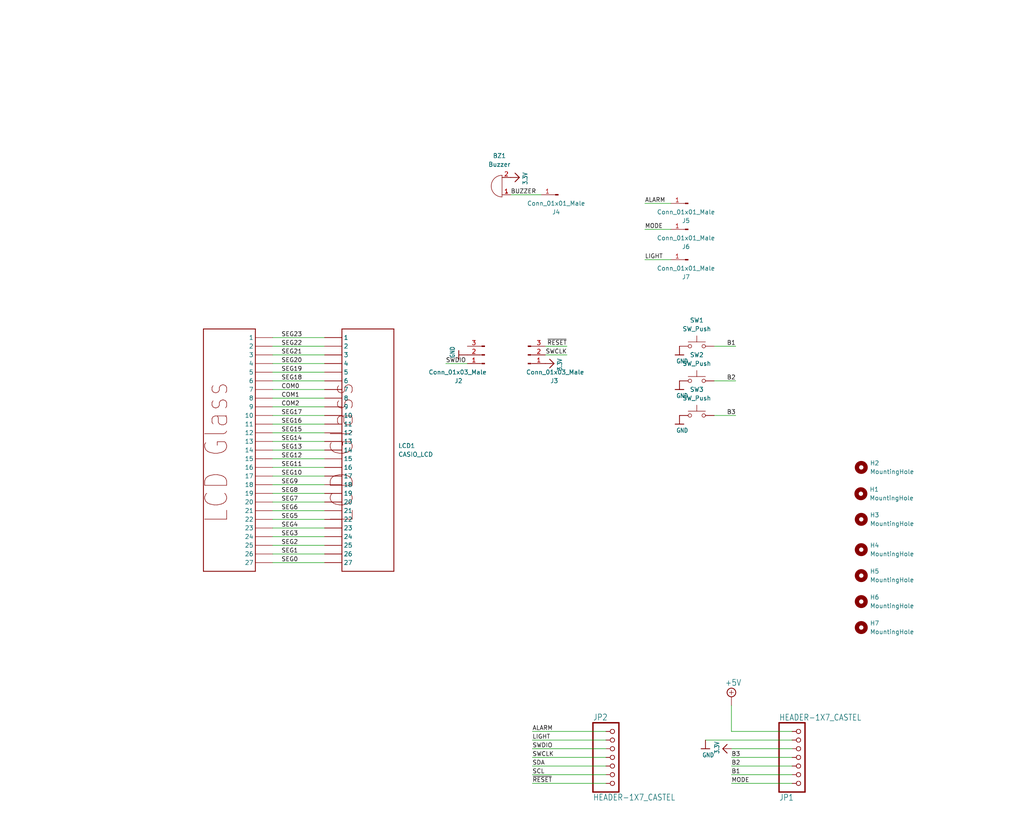
<source format=kicad_sch>
(kicad_sch (version 20211123) (generator eeschema)
  (paper "User" 300.507 242.062)
  (lib_symbols
    (symbol "Adafruit QT Py-eagle-import:+5V" (power)
      (property "Value" "+5V" (at -1.905 3.175 0))
      (symbol "+5V_1_0"
        (polyline (pts (xy -0.635 1.27) (xy 0.635 1.27)) (stroke (width 0.1524)))
        (polyline (pts (xy 0 0.635) (xy 0 1.905)) (stroke (width 0.1524)))
        (circle (center 0 1.27) (radius 1.27) (stroke (width 0.254)))
        (pin power_in line (at 0 -2.54 90) (length 2.54) (name "+5V") (number "1"))
      )
    )
    (symbol "Adafruit QT Py-eagle-import:3.3V" (power)
      (property "Value" "3.3V" (at -1.524 1.016 0))
      (symbol "3.3V_1_0"
        (polyline (pts (xy -1.27 -1.27) (xy 0 0)) (stroke (width 0.254)))
        (polyline (pts (xy 0 0) (xy 1.27 -1.27)) (stroke (width 0.254)))
        (pin power_in line (at 0 -2.54 90) (length 2.54) (name "3.3V") (number "1"))
      )
    )
    (symbol "Adafruit QT Py-eagle-import:GND" (power)
      (property "Value" "GND" (at -1.524 -2.54 0))
      (symbol "GND_1_0"
        (polyline (pts (xy -1.27 0) (xy 1.27 0)) (stroke (width 0.254)))
        (pin power_in line (at 0 2.54 270) (length 2.54) (name "GND") (number "1"))
      )
    )
    (symbol "Adafruit QT Py-eagle-import:HEADER-1X7_CASTEL"
      (property "Reference" "JP" (at -6.35 10.795 0))
      (property "Value" "HEADER-1X7_CASTEL" (at -6.35 -12.7 0))
      (symbol "HEADER-1X7_CASTEL_1_0"
        (polyline (pts (xy -6.35 -10.16) (xy 1.27 -10.16)) (stroke (width 0.4064)))
        (polyline (pts (xy -6.35 10.16) (xy -6.35 -10.16)) (stroke (width 0.4064)))
        (polyline (pts (xy 1.27 -10.16) (xy 1.27 10.16)) (stroke (width 0.4064)))
        (polyline (pts (xy 1.27 10.16) (xy -6.35 10.16)) (stroke (width 0.4064)))
        (pin passive inverted (at -2.54 7.62 0) (length 2.54) (name "1") (number "1"))
        (pin passive inverted (at -2.54 7.62 0) (length 2.54) (name "1") (number "1C"))
        (pin passive inverted (at -2.54 5.08 0) (length 2.54) (name "2") (number "2"))
        (pin passive inverted (at -2.54 5.08 0) (length 2.54) (name "2") (number "2C"))
        (pin passive inverted (at -2.54 2.54 0) (length 2.54) (name "3") (number "3"))
        (pin passive inverted (at -2.54 2.54 0) (length 2.54) (name "3") (number "3C"))
        (pin passive inverted (at -2.54 0 0) (length 2.54) (name "4") (number "4"))
        (pin passive inverted (at -2.54 0 0) (length 2.54) (name "4") (number "4C"))
        (pin passive inverted (at -2.54 -2.54 0) (length 2.54) (name "5") (number "5"))
        (pin passive inverted (at -2.54 -2.54 0) (length 2.54) (name "5") (number "5C"))
        (pin passive inverted (at -2.54 -5.08 0) (length 2.54) (name "6") (number "6"))
        (pin passive inverted (at -2.54 -5.08 0) (length 2.54) (name "6") (number "6C"))
        (pin passive inverted (at -2.54 -7.62 0) (length 2.54) (name "7") (number "7"))
        (pin passive inverted (at -2.54 -7.62 0) (length 2.54) (name "7") (number "7C"))
      )
    )
    (symbol "Connector:Conn_01x01_Male" (pin_names (offset 1.016) hide)
      (property "Reference" "J" (at 0 2.54 0))
      (property "Value" "Conn_01x01_Male" (at 0 -2.54 0))
      (symbol "Conn_01x01_Male_1_1"
        (polyline (pts (xy 1.27 0) (xy 0.8636 0)) (stroke (width 0.1524)))
        (rectangle (start 0.8636 0.127) (end 0 -0.127) (stroke (width 0.1524)) (fill (type outline)))
        (pin passive line (at 5.08 0 180) (length 3.81) (name "Pin_1") (number "1"))
      )
    )
    (symbol "Connector:Conn_01x03_Male" (pin_names (offset 1.016) hide)
      (property "Reference" "J" (at 0 5.08 0))
      (property "Value" "Conn_01x03_Male" (at 0 -5.08 0))
      (symbol "Conn_01x03_Male_1_1"
        (polyline (pts (xy 1.27 -2.54) (xy 0.8636 -2.54)) (stroke (width 0.1524)))
        (polyline (pts (xy 1.27 0) (xy 0.8636 0)) (stroke (width 0.1524)))
        (polyline (pts (xy 1.27 2.54) (xy 0.8636 2.54)) (stroke (width 0.1524)))
        (rectangle (start 0.8636 -2.413) (end 0 -2.667) (stroke (width 0.1524)) (fill (type outline)))
        (rectangle (start 0.8636 0.127) (end 0 -0.127) (stroke (width 0.1524)) (fill (type outline)))
        (rectangle (start 0.8636 2.667) (end 0 2.413) (stroke (width 0.1524)) (fill (type outline)))
        (pin passive line (at 5.08 2.54 180) (length 3.81) (name "Pin_1") (number "1"))
        (pin passive line (at 5.08 0 180) (length 3.81) (name "Pin_2") (number "2"))
        (pin passive line (at 5.08 -2.54 180) (length 3.81) (name "Pin_3") (number "3"))
      )
    )
    (symbol "Device:Buzzer" (pin_names (offset 0.0254) hide)
      (property "Reference" "BZ" (at 3.81 1.27 0))
      (property "Value" "Buzzer" (at 3.81 -1.27 0))
      (symbol "Buzzer_0_1"
        (arc (start 0 -3.175) (mid 3.175 0) (end 0 3.175))
        (polyline (pts (xy -1.651 1.905) (xy -1.143 1.905)))
        (polyline (pts (xy -1.397 2.159) (xy -1.397 1.651)))
        (polyline (pts (xy 0 3.175) (xy 0 -3.175)))
      )
      (symbol "Buzzer_1_1"
        (pin passive line (at -2.54 2.54 0) (length 2.54) (name "-") (number "1"))
        (pin passive line (at -2.54 -2.54 0) (length 2.54) (name "+") (number "2"))
      )
    )
    (symbol "Mechanical:MountingHole" (pin_names (offset 1.016))
      (property "Reference" "H" (at 0 5.08 0))
      (property "Value" "MountingHole" (at 0 3.175 0))
      (symbol "MountingHole_0_1"
        (circle (center 0 0) (radius 1.27) (stroke (width 1.27)))
      )
    )
    (symbol "OSO-FEAL-A1-00:LCD_FEATHER_DISPLAY"
      (symbol "LCD_FEATHER_DISPLAY_1_0"
        (polyline (pts (xy -33.02 -5.08) (xy -33.02 10.16)) (stroke (width 0.254)))
        (polyline (pts (xy -33.02 10.16) (xy 38.1 10.16)) (stroke (width 0.254)))
        (polyline (pts (xy 38.1 -5.08) (xy -33.02 -5.08)) (stroke (width 0.254)))
        (polyline (pts (xy 38.1 10.16) (xy 38.1 -5.08)) (stroke (width 0.254)))
        (text "LCD Glass" (at -17.78 2.54 0) (effects (font (size 6.4516 5.4838)) (justify left bottom)))
        (pin input line (at -30.48 -10.16 90) (length 5.08) (name "1") (number "P$1"))
        (pin input line (at -7.62 -10.16 90) (length 5.08) (name "10") (number "P$10"))
        (pin input line (at -5.08 -10.16 90) (length 5.08) (name "11") (number "P$11"))
        (pin input line (at -2.54 -10.16 90) (length 5.08) (name "12") (number "P$12"))
        (pin input line (at 0 -10.16 90) (length 5.08) (name "13") (number "P$13"))
        (pin input line (at 2.54 -10.16 90) (length 5.08) (name "14") (number "P$14"))
        (pin input line (at 5.08 -10.16 90) (length 5.08) (name "15") (number "P$15"))
        (pin input line (at 7.62 -10.16 90) (length 5.08) (name "16") (number "P$16"))
        (pin input line (at 10.16 -10.16 90) (length 5.08) (name "17") (number "P$17"))
        (pin input line (at 12.7 -10.16 90) (length 5.08) (name "18") (number "P$18"))
        (pin input line (at 15.24 -10.16 90) (length 5.08) (name "19") (number "P$19"))
        (pin input line (at -27.94 -10.16 90) (length 5.08) (name "2") (number "P$2"))
        (pin input line (at 17.78 -10.16 90) (length 5.08) (name "20") (number "P$20"))
        (pin input line (at 20.32 -10.16 90) (length 5.08) (name "21") (number "P$21"))
        (pin input line (at 22.86 -10.16 90) (length 5.08) (name "22") (number "P$22"))
        (pin input line (at 25.4 -10.16 90) (length 5.08) (name "23") (number "P$23"))
        (pin input line (at 27.94 -10.16 90) (length 5.08) (name "24") (number "P$24"))
        (pin input line (at 30.48 -10.16 90) (length 5.08) (name "25") (number "P$25"))
        (pin input line (at 33.02 -10.16 90) (length 5.08) (name "26") (number "P$26"))
        (pin input line (at 35.56 -10.16 90) (length 5.08) (name "27") (number "P$27"))
        (pin input line (at -25.4 -10.16 90) (length 5.08) (name "3") (number "P$3"))
        (pin input line (at -22.86 -10.16 90) (length 5.08) (name "4") (number "P$4"))
        (pin input line (at -20.32 -10.16 90) (length 5.08) (name "5") (number "P$5"))
        (pin input line (at -17.78 -10.16 90) (length 5.08) (name "6") (number "P$6"))
        (pin input line (at -15.24 -10.16 90) (length 5.08) (name "7") (number "P$7"))
        (pin input line (at -12.7 -10.16 90) (length 5.08) (name "8") (number "P$8"))
        (pin input line (at -10.16 -10.16 90) (length 5.08) (name "9") (number "P$9"))
      )
    )
    (symbol "OSO-SWAT-A1-05-eagle-import:CASIO_LCD"
      (property "Reference" "LCD" (at 0 11.43 0))
      (property "Value" "CASIO_LCD" (at 0 13.97 0))
      (symbol "CASIO_LCD_1_0"
        (polyline (pts (xy -35.56 -5.08) (xy -35.56 10.16)) (stroke (width 0.254)))
        (polyline (pts (xy -35.56 10.16) (xy 35.56 10.16)) (stroke (width 0.254)))
        (polyline (pts (xy 35.56 -5.08) (xy -35.56 -5.08)) (stroke (width 0.254)))
        (polyline (pts (xy 35.56 10.16) (xy 35.56 -5.08)) (stroke (width 0.254)))
        (text "LCD Glass" (at -20.32 -1.27 0) (effects (font (size 6.4516 5.4838)) (justify left bottom)))
        (pin input line (at -33.02 -10.16 90) (length 5.08) (name "1") (number "1"))
        (pin input line (at -10.16 -10.16 90) (length 5.08) (name "10") (number "10"))
        (pin input line (at -7.62 -10.16 90) (length 5.08) (name "11") (number "11"))
        (pin input line (at -5.08 -10.16 90) (length 5.08) (name "12") (number "12"))
        (pin input line (at -2.54 -10.16 90) (length 5.08) (name "13") (number "13"))
        (pin input line (at 0 -10.16 90) (length 5.08) (name "14") (number "14"))
        (pin input line (at 2.54 -10.16 90) (length 5.08) (name "15") (number "15"))
        (pin input line (at 5.08 -10.16 90) (length 5.08) (name "16") (number "16"))
        (pin input line (at 7.62 -10.16 90) (length 5.08) (name "17") (number "17"))
        (pin input line (at 10.16 -10.16 90) (length 5.08) (name "18") (number "18"))
        (pin input line (at 12.7 -10.16 90) (length 5.08) (name "19") (number "19"))
        (pin input line (at -30.48 -10.16 90) (length 5.08) (name "2") (number "2"))
        (pin input line (at 15.24 -10.16 90) (length 5.08) (name "20") (number "20"))
        (pin input line (at 17.78 -10.16 90) (length 5.08) (name "21") (number "21"))
        (pin input line (at 20.32 -10.16 90) (length 5.08) (name "22") (number "22"))
        (pin input line (at 22.86 -10.16 90) (length 5.08) (name "23") (number "23"))
        (pin input line (at 25.4 -10.16 90) (length 5.08) (name "24") (number "24"))
        (pin input line (at 27.94 -10.16 90) (length 5.08) (name "25") (number "25"))
        (pin input line (at 30.48 -10.16 90) (length 5.08) (name "26") (number "26"))
        (pin input line (at 33.02 -10.16 90) (length 5.08) (name "27") (number "27"))
        (pin input line (at -27.94 -10.16 90) (length 5.08) (name "3") (number "3"))
        (pin input line (at -25.4 -10.16 90) (length 5.08) (name "4") (number "4"))
        (pin input line (at -22.86 -10.16 90) (length 5.08) (name "5") (number "5"))
        (pin input line (at -20.32 -10.16 90) (length 5.08) (name "6") (number "6"))
        (pin input line (at -17.78 -10.16 90) (length 5.08) (name "7") (number "7"))
        (pin input line (at -15.24 -10.16 90) (length 5.08) (name "8") (number "8"))
        (pin input line (at -12.7 -10.16 90) (length 5.08) (name "9") (number "9"))
      )
    )
    (symbol "OSO-SWAT-A1-05-eagle-import:GND" (power)
      (property "Value" "GND" (at -1.524 -2.54 0))
      (symbol "GND_1_0"
        (polyline (pts (xy -1.27 0) (xy 1.27 0)) (stroke (width 0.254)))
        (pin power_in line (at 0 2.54 270) (length 2.54) (name "GND") (number "1"))
      )
    )
    (symbol "Switch:SW_Push" (pin_numbers hide) (pin_names (offset 1.016) hide)
      (property "Reference" "SW" (at 1.27 2.54 0))
      (property "Value" "SW_Push" (at 0 -1.524 0))
      (symbol "SW_Push_0_1"
        (circle (center -2.032 0) (radius 0.508))
        (polyline (pts (xy 0 1.27) (xy 0 3.048)))
        (polyline (pts (xy 2.54 1.27) (xy -2.54 1.27)))
        (circle (center 2.032 0) (radius 0.508))
        (pin passive line (at -5.08 0 0) (length 2.54) (name "1") (number "1"))
        (pin passive line (at 5.08 0 180) (length 2.54) (name "2") (number "2"))
      )
    )
  )
  (wire (pts (xy 80.01 99.06) (xy 95.25 99.06)))
  (wire (pts (xy 189.23 59.69) (xy 196.85 59.69)))
  (wire (pts (xy 232.41 222.25) (xy 214.63 222.25)))
  (wire (pts (xy 80.01 144.78) (xy 95.25 144.78)))
  (wire (pts (xy 80.01 124.46) (xy 95.25 124.46)))
  (wire (pts (xy 95.25 114.3) (xy 80.01 114.3)))
  (wire (pts (xy 80.01 154.94) (xy 95.25 154.94)))
  (wire (pts (xy 80.01 109.22) (xy 95.25 109.22)))
  (wire (pts (xy 232.41 214.63) (xy 214.63 214.63)))
  (wire (pts (xy 232.41 217.17) (xy 207.01 217.17)))
  (wire (pts (xy 80.01 147.32) (xy 95.25 147.32)))
  (wire (pts (xy 177.8 227.33) (xy 156.21 227.33)))
  (wire (pts (xy 80.01 137.16) (xy 95.25 137.16)))
  (wire (pts (xy 80.01 142.24) (xy 95.25 142.24)))
  (wire (pts (xy 80.01 134.62) (xy 95.25 134.62)))
  (wire (pts (xy 80.01 162.56) (xy 95.25 162.56)))
  (wire (pts (xy 80.01 101.6) (xy 95.25 101.6)))
  (wire (pts (xy 80.01 152.4) (xy 95.25 152.4)))
  (wire (pts (xy 214.63 207.01) (xy 214.63 214.63)))
  (wire (pts (xy 215.9 101.6) (xy 209.55 101.6)))
  (wire (pts (xy 80.01 165.1) (xy 95.25 165.1)))
  (wire (pts (xy 80.01 139.7) (xy 95.25 139.7)))
  (wire (pts (xy 189.23 67.31) (xy 196.85 67.31)))
  (wire (pts (xy 177.8 217.17) (xy 156.21 217.17)))
  (wire (pts (xy 80.01 111.76) (xy 95.25 111.76)))
  (wire (pts (xy 95.25 119.38) (xy 80.01 119.38)))
  (wire (pts (xy 232.41 219.71) (xy 214.63 219.71)))
  (wire (pts (xy 156.21 219.71) (xy 177.8 219.71)))
  (wire (pts (xy 215.9 111.76) (xy 209.55 111.76)))
  (wire (pts (xy 80.01 104.14) (xy 95.25 104.14)))
  (wire (pts (xy 166.37 104.14) (xy 160.02 104.14)))
  (wire (pts (xy 80.01 127) (xy 95.25 127)))
  (wire (pts (xy 232.41 224.79) (xy 214.63 224.79)))
  (wire (pts (xy 80.01 160.02) (xy 95.25 160.02)))
  (wire (pts (xy 130.81 106.68) (xy 137.16 106.68)))
  (wire (pts (xy 177.8 222.25) (xy 156.21 222.25)))
  (wire (pts (xy 215.9 121.92) (xy 209.55 121.92)))
  (wire (pts (xy 156.21 214.63) (xy 177.8 214.63)))
  (wire (pts (xy 80.01 132.08) (xy 95.25 132.08)))
  (wire (pts (xy 166.37 101.6) (xy 160.02 101.6)))
  (wire (pts (xy 80.01 121.92) (xy 95.25 121.92)))
  (wire (pts (xy 156.21 224.79) (xy 177.8 224.79)))
  (wire (pts (xy 80.01 157.48) (xy 95.25 157.48)))
  (wire (pts (xy 80.01 106.68) (xy 95.25 106.68)))
  (wire (pts (xy 189.23 76.2) (xy 196.85 76.2)))
  (wire (pts (xy 232.41 229.87) (xy 214.63 229.87)))
  (wire (pts (xy 80.01 149.86) (xy 95.25 149.86)))
  (wire (pts (xy 156.21 229.87) (xy 177.8 229.87)))
  (wire (pts (xy 232.41 227.33) (xy 214.63 227.33)))
  (wire (pts (xy 80.01 129.54) (xy 95.25 129.54)))
  (wire (pts (xy 149.86 57.15) (xy 158.75 57.15)))
  (wire (pts (xy 95.25 116.84) (xy 80.01 116.84)))
  (label "B2" (at 215.9 111.76 180) (effects (font (size 1.2446 1.2446))))
  (label "SWDIO" (at 156.21 219.71 0) (effects (font (size 1.2446 1.2446))))
  (label "SEG21" (at 82.55 104.14 0) (effects (font (size 1.2446 1.2446))))
  (label "MODE" (at 189.23 67.31 0) (effects (font (size 1.2446 1.2446))))
  (label "SEG16" (at 82.55 124.46 0) (effects (font (size 1.2446 1.2446))))
  (label "SEG12" (at 82.55 134.62 0) (effects (font (size 1.2446 1.2446))))
  (label "B1" (at 214.63 227.33 0) (effects (font (size 1.2446 1.2446))))
  (label "SEG14" (at 82.55 129.54 0) (effects (font (size 1.2446 1.2446))))
  (label "LIGHT" (at 156.21 217.17 0) (effects (font (size 1.2446 1.2446))))
  (label "ALARM" (at 156.21 214.63 0) (effects (font (size 1.2446 1.2446))))
  (label "SEG2" (at 82.55 160.02 0) (effects (font (size 1.2446 1.2446))))
  (label "SEG20" (at 82.55 106.68 0) (effects (font (size 1.2446 1.2446))))
  (label "~{RESET}" (at 156.21 229.87 0) (effects (font (size 1.2446 1.2446))))
  (label "B2" (at 214.63 224.79 0) (effects (font (size 1.2446 1.2446))))
  (label "COM2" (at 82.55 119.38 0) (effects (font (size 1.2446 1.2446))))
  (label "SCL" (at 156.21 227.33 0) (effects (font (size 1.2446 1.2446))))
  (label "SEG1" (at 82.55 162.56 0) (effects (font (size 1.2446 1.2446))))
  (label "SEG13" (at 82.55 132.08 0) (effects (font (size 1.2446 1.2446))))
  (label "SWDIO" (at 130.81 106.68 0) (effects (font (size 1.2446 1.2446))))
  (label "SEG17" (at 82.55 121.92 0) (effects (font (size 1.2446 1.2446))))
  (label "B3" (at 215.9 121.92 180) (effects (font (size 1.2446 1.2446))))
  (label "SWCLK" (at 166.37 104.14 180) (effects (font (size 1.2446 1.2446))))
  (label "SEG19" (at 82.55 109.22 0) (effects (font (size 1.2446 1.2446))))
  (label "~{RESET}" (at 166.37 101.6 180) (effects (font (size 1.2446 1.2446))))
  (label "LIGHT" (at 189.23 76.2 0) (effects (font (size 1.2446 1.2446))))
  (label "SEG6" (at 82.55 149.86 0) (effects (font (size 1.2446 1.2446))))
  (label "SDA" (at 156.21 224.79 0) (effects (font (size 1.2446 1.2446))))
  (label "B1" (at 215.9 101.6 180) (effects (font (size 1.2446 1.2446))))
  (label "SEG7" (at 82.55 147.32 0) (effects (font (size 1.2446 1.2446))))
  (label "SEG9" (at 82.55 142.24 0) (effects (font (size 1.2446 1.2446))))
  (label "SWCLK" (at 156.21 222.25 0) (effects (font (size 1.2446 1.2446))))
  (label "SEG5" (at 82.55 152.4 0) (effects (font (size 1.2446 1.2446))))
  (label "COM0" (at 82.55 114.3 0) (effects (font (size 1.2446 1.2446))))
  (label "SEG15" (at 82.55 127 0) (effects (font (size 1.2446 1.2446))))
  (label "SEG0" (at 82.55 165.1 0) (effects (font (size 1.2446 1.2446))))
  (label "COM1" (at 82.55 116.84 0) (effects (font (size 1.2446 1.2446))))
  (label "SEG3" (at 82.55 157.48 0) (effects (font (size 1.2446 1.2446))))
  (label "BUZZER" (at 149.86 57.15 0) (effects (font (size 1.2446 1.2446))))
  (label "SEG22" (at 82.55 101.6 0) (effects (font (size 1.2446 1.2446))))
  (label "SEG4" (at 82.55 154.94 0) (effects (font (size 1.2446 1.2446))))
  (label "B3" (at 214.63 222.25 0) (effects (font (size 1.2446 1.2446))))
  (label "SEG11" (at 82.55 137.16 0) (effects (font (size 1.2446 1.2446))))
  (label "MODE" (at 214.63 229.87 0) (effects (font (size 1.2446 1.2446))))
  (label "SEG10" (at 82.55 139.7 0) (effects (font (size 1.2446 1.2446))))
  (label "ALARM" (at 189.23 59.69 0) (effects (font (size 1.2446 1.2446))))
  (label "SEG23" (at 82.55 99.06 0) (effects (font (size 1.2446 1.2446))))
  (label "SEG8" (at 82.55 144.78 0) (effects (font (size 1.2446 1.2446))))
  (label "SEG18" (at 82.55 111.76 0) (effects (font (size 1.2446 1.2446))))
  (symbol (lib_id "Adafruit QT Py-eagle-import:HEADER-1X7_CASTEL") (at 234.95 222.25 0) (mirror x) (unit 1)
    (property "Reference" "JP1" (at 228.6 233.045 0) (effects (font (size 1.778 1.5113)) (justify left bottom)))
    (property "Value" "HEADER-1X7_CASTEL" (at 228.6 209.55 0) (effects (font (size 1.778 1.5113)) (justify left bottom)))
    (property "Footprint" "Adafruit QT Py:1X07_CASTEL" (effects hide))
  )
  (symbol (lib_id "Mechanical:MountingHole") (at 252.73 168.91 0) (unit 1)
    (property "Reference" "H5" (at 255.27 167.6399 0) (effects (justify left)))
    (property "Value" "MountingHole" (at 255.27 170.1799 0) (effects (justify left)))
    (property "Footprint" "MountingHole:MountingHole_2.7mm_M2.5" (effects hide))
  )
  (symbol (lib_id "Connector:Conn_01x01_Male") (at 163.83 57.15 180) (unit 1)
    (property "Reference" "J4" (at 163.195 62.23 0))
    (property "Value" "Conn_01x01_Male" (at 163.195 59.69 0))
    (property "Footprint" "Connector_PinHeader_2.54mm:PinHeader_1x01_P2.54mm_Vertical" (effects hide))
  )
  (symbol (lib_id "Switch:SW_Push") (at 204.47 121.92 0) (unit 1)
    (property "Reference" "SW3" (at 204.47 114.3 0))
    (property "Value" "SW_Push" (at 204.47 116.84 0))
    (property "Footprint" "Button_Switch_THT:SW_PUSH_6mm" (effects hide))
  )
  (symbol (lib_id "Adafruit QT Py-eagle-import:GND") (at 207.01 219.71 0) (mirror y) (unit 1)
    (property "Reference" "#GND0102" (effects hide))
    (property "Value" "GND" (at 209.55 222.25 0) (effects (font (size 1.27 1.0795)) (justify left bottom)))
    (property "Footprint" "Adafruit QT Py:" (effects hide))
  )
  (symbol (lib_id "Adafruit QT Py-eagle-import:3.3V") (at 162.56 106.68 270) (unit 1)
    (property "Reference" "#U$0102" (effects hide))
    (property "Value" "3.3V" (at 163.576 105.156 0) (effects (font (size 1.27 1.0795)) (justify left bottom)))
    (property "Footprint" "Adafruit QT Py:" (effects hide))
  )
  (symbol (lib_id "Mechanical:MountingHole") (at 252.73 152.4 0) (unit 1)
    (property "Reference" "H3" (at 255.27 151.1299 0) (effects (justify left)))
    (property "Value" "MountingHole" (at 255.27 153.6699 0) (effects (justify left)))
    (property "Footprint" "MountingHole:MountingHole_2.7mm_M2.5" (effects hide))
  )
  (symbol (lib_id "Mechanical:MountingHole") (at 252.73 176.53 0) (unit 1)
    (property "Reference" "H6" (at 255.27 175.2599 0) (effects (justify left)))
    (property "Value" "MountingHole" (at 255.27 177.7999 0) (effects (justify left)))
    (property "Footprint" "MountingHole:MountingHole_2.7mm_M2.5" (effects hide))
  )
  (symbol (lib_id "Adafruit QT Py-eagle-import:GND") (at 199.39 104.14 0) (mirror y) (unit 1)
    (property "Reference" "#GND0103" (effects hide))
    (property "Value" "GND" (at 201.93 106.68 0) (effects (font (size 1.27 1.0795)) (justify left bottom)))
    (property "Footprint" "Adafruit QT Py:" (effects hide))
  )
  (symbol (lib_id "Adafruit QT Py-eagle-import:HEADER-1X7_CASTEL") (at 180.34 222.25 0) (unit 1)
    (property "Reference" "JP2" (at 173.99 211.455 0) (effects (font (size 1.778 1.5113)) (justify left bottom)))
    (property "Value" "HEADER-1X7_CASTEL" (at 173.99 234.95 0) (effects (font (size 1.778 1.5113)) (justify left bottom)))
    (property "Footprint" "Adafruit QT Py:1X07_CASTEL" (effects hide))
  )
  (symbol (lib_id "Device:Buzzer") (at 147.32 54.61 180) (unit 1)
    (property "Reference" "BZ1" (at 146.558 45.72 0))
    (property "Value" "Buzzer" (at 146.558 48.26 0))
    (property "Footprint" "Buzzer_Beeper:Buzzer_TDK_PS1240P02BT_D12.2mm_H6.5mm" (effects hide))
  )
  (symbol (lib_id "Mechanical:MountingHole") (at 252.6165 144.8815 0) (unit 1)
    (property "Reference" "H1" (at 255.1565 143.6114 0) (effects (justify left)))
    (property "Value" "MountingHole" (at 255.1565 146.1514 0) (effects (justify left)))
    (property "Footprint" "MountingHole:MountingHole_2.7mm_M2.5" (effects hide))
  )
  (symbol (lib_id "Adafruit QT Py-eagle-import:3.3V") (at 152.4 52.07 270) (unit 1)
    (property "Reference" "#U$0103" (effects hide))
    (property "Value" "3.3V" (at 153.416 50.546 0) (effects (font (size 1.27 1.0795)) (justify left bottom)))
    (property "Footprint" "Adafruit QT Py:" (effects hide))
  )
  (symbol (lib_id "Connector:Conn_01x01_Male") (at 201.93 67.31 180) (unit 1)
    (property "Reference" "J6" (at 201.295 72.39 0))
    (property "Value" "Conn_01x01_Male" (at 201.295 69.85 0))
    (property "Footprint" "FlexyPin:FlexyPin_1x01_P2.54mm" (effects hide))
  )
  (symbol (lib_id "Connector:Conn_01x01_Male") (at 201.93 76.2 180) (unit 1)
    (property "Reference" "J7" (at 201.295 81.28 0))
    (property "Value" "Conn_01x01_Male" (at 201.295 78.74 0))
    (property "Footprint" "FlexyPin:FlexyPin_1x01_P2.54mm" (effects hide))
  )
  (symbol (lib_id "Switch:SW_Push") (at 204.47 111.76 0) (unit 1)
    (property "Reference" "SW2" (at 204.47 104.14 0))
    (property "Value" "SW_Push" (at 204.47 106.68 0))
    (property "Footprint" "Button_Switch_THT:SW_PUSH_6mm" (effects hide))
  )
  (symbol (lib_id "Connector:Conn_01x03_Male") (at 154.94 104.14 0) (mirror x) (unit 1)
    (property "Reference" "J3" (at 163.83 111.76 0) (effects (justify right)))
    (property "Value" "Conn_01x03_Male" (at 171.45 109.22 0) (effects (justify right)))
    (property "Footprint" "Connector_PinHeader_2.54mm:PinHeader_1x03_P2.54mm_Vertical" (effects hide))
  )
  (symbol (lib_id "OSO-SWAT-A1-05-eagle-import:GND") (at 134.62 104.14 270) (unit 1)
    (property "Reference" "#GND0101" (effects hide))
    (property "Value" "GND" (at 132.08 101.6 0) (effects (font (size 1.27 1.0795)) (justify left bottom)))
    (property "Footprint" "OSO-SWAT-A1-05:" (effects hide))
  )
  (symbol (lib_id "Connector:Conn_01x01_Male") (at 201.93 59.69 180) (unit 1)
    (property "Reference" "J5" (at 201.295 64.77 0))
    (property "Value" "Conn_01x01_Male" (at 201.295 62.23 0))
    (property "Footprint" "FlexyPin:FlexyPin_1x01_P2.54mm" (effects hide))
  )
  (symbol (lib_id "Mechanical:MountingHole") (at 252.73 137.16 0) (unit 1)
    (property "Reference" "H2" (at 255.27 135.8899 0) (effects (justify left)))
    (property "Value" "MountingHole" (at 255.27 138.4299 0) (effects (justify left)))
    (property "Footprint" "MountingHole:MountingHole_2.7mm_M2.5" (effects hide))
  )
  (symbol (lib_id "Adafruit QT Py-eagle-import:+5V") (at 214.63 204.47 0) (unit 1)
    (property "Reference" "#SUPPLY0102" (effects hide))
    (property "Value" "+5V" (at 212.725 201.295 0) (effects (font (size 1.778 1.5113)) (justify left bottom)))
    (property "Footprint" "Adafruit QT Py:" (effects hide))
  )
  (symbol (lib_id "Adafruit QT Py-eagle-import:GND") (at 199.39 124.46 0) (mirror y) (unit 1)
    (property "Reference" "#GND0104" (effects hide))
    (property "Value" "GND" (at 201.93 127 0) (effects (font (size 1.27 1.0795)) (justify left bottom)))
    (property "Footprint" "Adafruit QT Py:" (effects hide))
  )
  (symbol (lib_id "Mechanical:MountingHole") (at 252.73 161.29 0) (unit 1)
    (property "Reference" "H4" (at 255.27 160.0199 0) (effects (justify left)))
    (property "Value" "MountingHole" (at 255.27 162.5599 0) (effects (justify left)))
    (property "Footprint" "MountingHole:MountingHole_2.7mm_M2.5" (effects hide))
  )
  (symbol (lib_id "OSO-SWAT-A1-05-eagle-import:CASIO_LCD") (at 105.41 132.08 270) (unit 1)
    (property "Reference" "LCD1" (at 116.84 130.8099 90) (effects (justify left)))
    (property "Value" "CASIO_LCD" (at 116.84 133.3499 90) (effects (justify left)))
    (property "Footprint" "OSO-SWAT-A1-05:CASIO-F91W-LCD" (effects hide))
  )
  (symbol (lib_id "Switch:SW_Push") (at 204.47 101.6 0) (unit 1)
    (property "Reference" "SW1" (at 204.47 93.98 0))
    (property "Value" "SW_Push" (at 204.47 96.52 0))
    (property "Footprint" "Button_Switch_THT:SW_PUSH_6mm" (effects hide))
  )
  (symbol (lib_id "Mechanical:MountingHole") (at 252.73 184.15 0) (unit 1)
    (property "Reference" "H7" (at 255.27 182.8799 0) (effects (justify left)))
    (property "Value" "MountingHole" (at 255.27 185.4199 0) (effects (justify left)))
    (property "Footprint" "MountingHole:MountingHole_2.7mm_M2.5" (effects hide))
  )
  (symbol (lib_id "OSO-FEAL-A1-00:LCD_FEATHER_DISPLAY") (at 69.85 129.54 90) (mirror x) (unit 1)
    (property "Reference" "U1" (effects hide))
    (property "Value" "LCD_FEATHER_DISPLAY" (effects hide))
    (property "Footprint" "OSO-FEAL-A1-00:LCD_FEATHER_DISPLAY" (effects hide))
  )
  (symbol (lib_id "Adafruit QT Py-eagle-import:GND") (at 199.39 114.3 0) (mirror y) (unit 1)
    (property "Reference" "#GND0105" (effects hide))
    (property "Value" "GND" (at 201.93 116.84 0) (effects (font (size 1.27 1.0795)) (justify left bottom)))
    (property "Footprint" "Adafruit QT Py:" (effects hide))
  )
  (symbol (lib_id "Connector:Conn_01x03_Male") (at 142.24 104.14 180) (unit 1)
    (property "Reference" "J2" (at 133.35 111.76 0) (effects (justify right)))
    (property "Value" "Conn_01x03_Male" (at 125.73 109.22 0) (effects (justify right)))
    (property "Footprint" "Connector_PinHeader_2.54mm:PinHeader_1x03_P2.54mm_Vertical" (effects hide))
  )
  (symbol (lib_id "Adafruit QT Py-eagle-import:3.3V") (at 212.09 219.71 90) (unit 1)
    (property "Reference" "#U$0101" (effects hide))
    (property "Value" "3.3V" (at 211.074 221.234 0) (effects (font (size 1.27 1.0795)) (justify left bottom)))
    (property "Footprint" "Adafruit QT Py:" (effects hide))
  )
)
</source>
